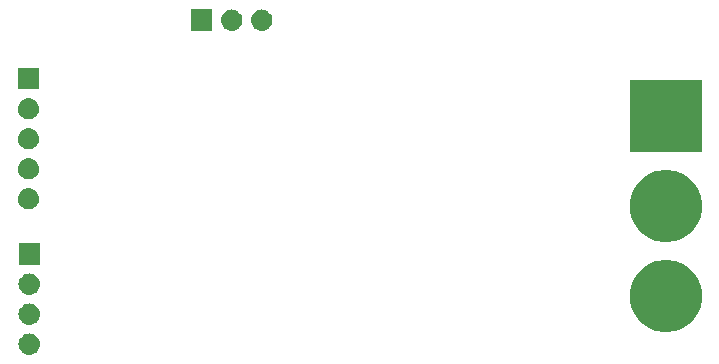
<source format=gbr>
G04 #@! TF.GenerationSoftware,KiCad,Pcbnew,5.0.0+dfsg1-2*
G04 #@! TF.CreationDate,2018-11-18T20:59:02-06:00*
G04 #@! TF.ProjectId,dimmer-2ch,64696D6D65722D3263682E6B69636164,rev?*
G04 #@! TF.SameCoordinates,Original*
G04 #@! TF.FileFunction,Soldermask,Bot*
G04 #@! TF.FilePolarity,Negative*
%FSLAX46Y46*%
G04 Gerber Fmt 4.6, Leading zero omitted, Abs format (unit mm)*
G04 Created by KiCad (PCBNEW 5.0.0+dfsg1-2) date Sun Nov 18 20:59:02 2018*
%MOMM*%
%LPD*%
G01*
G04 APERTURE LIST*
%ADD10C,0.100000*%
G04 APERTURE END LIST*
D10*
G36*
X121585942Y-113469018D02*
X121652127Y-113475537D01*
X121765353Y-113509884D01*
X121821967Y-113527057D01*
X121960587Y-113601152D01*
X121978491Y-113610722D01*
X122014229Y-113640052D01*
X122115686Y-113723314D01*
X122198948Y-113824771D01*
X122228278Y-113860509D01*
X122228279Y-113860511D01*
X122311943Y-114017033D01*
X122311943Y-114017034D01*
X122363463Y-114186873D01*
X122380859Y-114363500D01*
X122363463Y-114540127D01*
X122329116Y-114653353D01*
X122311943Y-114709967D01*
X122237848Y-114848587D01*
X122228278Y-114866491D01*
X122198948Y-114902229D01*
X122115686Y-115003686D01*
X122014229Y-115086948D01*
X121978491Y-115116278D01*
X121978489Y-115116279D01*
X121821967Y-115199943D01*
X121765353Y-115217116D01*
X121652127Y-115251463D01*
X121585943Y-115257981D01*
X121519760Y-115264500D01*
X121431240Y-115264500D01*
X121365057Y-115257981D01*
X121298873Y-115251463D01*
X121185647Y-115217116D01*
X121129033Y-115199943D01*
X120972511Y-115116279D01*
X120972509Y-115116278D01*
X120936771Y-115086948D01*
X120835314Y-115003686D01*
X120752052Y-114902229D01*
X120722722Y-114866491D01*
X120713152Y-114848587D01*
X120639057Y-114709967D01*
X120621884Y-114653353D01*
X120587537Y-114540127D01*
X120570141Y-114363500D01*
X120587537Y-114186873D01*
X120639057Y-114017034D01*
X120639057Y-114017033D01*
X120722721Y-113860511D01*
X120722722Y-113860509D01*
X120752052Y-113824771D01*
X120835314Y-113723314D01*
X120936771Y-113640052D01*
X120972509Y-113610722D01*
X120990413Y-113601152D01*
X121129033Y-113527057D01*
X121185647Y-113509884D01*
X121298873Y-113475537D01*
X121365058Y-113469018D01*
X121431240Y-113462500D01*
X121519760Y-113462500D01*
X121585942Y-113469018D01*
X121585942Y-113469018D01*
G37*
G36*
X175982170Y-107307379D02*
X176276868Y-107365998D01*
X176832067Y-107595969D01*
X177328363Y-107927584D01*
X177331736Y-107929838D01*
X177756662Y-108354764D01*
X177756664Y-108354767D01*
X178090531Y-108854433D01*
X178090531Y-108854434D01*
X178320502Y-109409633D01*
X178422754Y-109923685D01*
X178437740Y-109999028D01*
X178437740Y-110599972D01*
X178320502Y-111189368D01*
X178090531Y-111744567D01*
X177919772Y-112000125D01*
X177756662Y-112244236D01*
X177331736Y-112669162D01*
X177331733Y-112669164D01*
X176832067Y-113003031D01*
X176276868Y-113233002D01*
X175982170Y-113291621D01*
X175687473Y-113350240D01*
X175086527Y-113350240D01*
X174791830Y-113291621D01*
X174497132Y-113233002D01*
X173941933Y-113003031D01*
X173442267Y-112669164D01*
X173442264Y-112669162D01*
X173017338Y-112244236D01*
X172854228Y-112000125D01*
X172683469Y-111744567D01*
X172453498Y-111189368D01*
X172336260Y-110599972D01*
X172336260Y-109999028D01*
X172351247Y-109923685D01*
X172453498Y-109409633D01*
X172683469Y-108854434D01*
X172683469Y-108854433D01*
X173017336Y-108354767D01*
X173017338Y-108354764D01*
X173442264Y-107929838D01*
X173445637Y-107927584D01*
X173941933Y-107595969D01*
X174497132Y-107365998D01*
X174791830Y-107307379D01*
X175086527Y-107248760D01*
X175687473Y-107248760D01*
X175982170Y-107307379D01*
X175982170Y-107307379D01*
G37*
G36*
X121585943Y-110929019D02*
X121652127Y-110935537D01*
X121765353Y-110969884D01*
X121821967Y-110987057D01*
X121960587Y-111061152D01*
X121978491Y-111070722D01*
X122014229Y-111100052D01*
X122115686Y-111183314D01*
X122198948Y-111284771D01*
X122228278Y-111320509D01*
X122228279Y-111320511D01*
X122311943Y-111477033D01*
X122311943Y-111477034D01*
X122363463Y-111646873D01*
X122380859Y-111823500D01*
X122363463Y-112000127D01*
X122329116Y-112113353D01*
X122311943Y-112169967D01*
X122272246Y-112244233D01*
X122228278Y-112326491D01*
X122198948Y-112362229D01*
X122115686Y-112463686D01*
X122014229Y-112546948D01*
X121978491Y-112576278D01*
X121978489Y-112576279D01*
X121821967Y-112659943D01*
X121765353Y-112677116D01*
X121652127Y-112711463D01*
X121585943Y-112717981D01*
X121519760Y-112724500D01*
X121431240Y-112724500D01*
X121365057Y-112717981D01*
X121298873Y-112711463D01*
X121185647Y-112677116D01*
X121129033Y-112659943D01*
X120972511Y-112576279D01*
X120972509Y-112576278D01*
X120936771Y-112546948D01*
X120835314Y-112463686D01*
X120752052Y-112362229D01*
X120722722Y-112326491D01*
X120678754Y-112244233D01*
X120639057Y-112169967D01*
X120621884Y-112113353D01*
X120587537Y-112000127D01*
X120570141Y-111823500D01*
X120587537Y-111646873D01*
X120639057Y-111477034D01*
X120639057Y-111477033D01*
X120722721Y-111320511D01*
X120722722Y-111320509D01*
X120752052Y-111284771D01*
X120835314Y-111183314D01*
X120936771Y-111100052D01*
X120972509Y-111070722D01*
X120990413Y-111061152D01*
X121129033Y-110987057D01*
X121185647Y-110969884D01*
X121298873Y-110935537D01*
X121365057Y-110929019D01*
X121431240Y-110922500D01*
X121519760Y-110922500D01*
X121585943Y-110929019D01*
X121585943Y-110929019D01*
G37*
G36*
X121585943Y-108389019D02*
X121652127Y-108395537D01*
X121765353Y-108429884D01*
X121821967Y-108447057D01*
X121960587Y-108521152D01*
X121978491Y-108530722D01*
X122014229Y-108560052D01*
X122115686Y-108643314D01*
X122198948Y-108744771D01*
X122228278Y-108780509D01*
X122228279Y-108780511D01*
X122311943Y-108937033D01*
X122311943Y-108937034D01*
X122363463Y-109106873D01*
X122380859Y-109283500D01*
X122363463Y-109460127D01*
X122329116Y-109573353D01*
X122311943Y-109629967D01*
X122237848Y-109768587D01*
X122228278Y-109786491D01*
X122198948Y-109822229D01*
X122115686Y-109923686D01*
X122023881Y-109999027D01*
X121978491Y-110036278D01*
X121978489Y-110036279D01*
X121821967Y-110119943D01*
X121765353Y-110137116D01*
X121652127Y-110171463D01*
X121585942Y-110177982D01*
X121519760Y-110184500D01*
X121431240Y-110184500D01*
X121365058Y-110177982D01*
X121298873Y-110171463D01*
X121185647Y-110137116D01*
X121129033Y-110119943D01*
X120972511Y-110036279D01*
X120972509Y-110036278D01*
X120927119Y-109999027D01*
X120835314Y-109923686D01*
X120752052Y-109822229D01*
X120722722Y-109786491D01*
X120713152Y-109768587D01*
X120639057Y-109629967D01*
X120621884Y-109573353D01*
X120587537Y-109460127D01*
X120570141Y-109283500D01*
X120587537Y-109106873D01*
X120639057Y-108937034D01*
X120639057Y-108937033D01*
X120722721Y-108780511D01*
X120722722Y-108780509D01*
X120752052Y-108744771D01*
X120835314Y-108643314D01*
X120936771Y-108560052D01*
X120972509Y-108530722D01*
X120990413Y-108521152D01*
X121129033Y-108447057D01*
X121185647Y-108429884D01*
X121298873Y-108395537D01*
X121365057Y-108389019D01*
X121431240Y-108382500D01*
X121519760Y-108382500D01*
X121585943Y-108389019D01*
X121585943Y-108389019D01*
G37*
G36*
X122376500Y-107644500D02*
X120574500Y-107644500D01*
X120574500Y-105842500D01*
X122376500Y-105842500D01*
X122376500Y-107644500D01*
X122376500Y-107644500D01*
G37*
G36*
X175950729Y-99681125D02*
X176276868Y-99745998D01*
X176832067Y-99975969D01*
X177253076Y-100257279D01*
X177331736Y-100309838D01*
X177756662Y-100734764D01*
X177756664Y-100734767D01*
X178090531Y-101234433D01*
X178320502Y-101789632D01*
X178437740Y-102379028D01*
X178437740Y-102979972D01*
X178320502Y-103569368D01*
X178090531Y-104124567D01*
X177758916Y-104620863D01*
X177756662Y-104624236D01*
X177331736Y-105049162D01*
X177331733Y-105049164D01*
X176832067Y-105383031D01*
X176276868Y-105613002D01*
X175982170Y-105671621D01*
X175687473Y-105730240D01*
X175086527Y-105730240D01*
X174791830Y-105671621D01*
X174497132Y-105613002D01*
X173941933Y-105383031D01*
X173442267Y-105049164D01*
X173442264Y-105049162D01*
X173017338Y-104624236D01*
X173015084Y-104620863D01*
X172683469Y-104124567D01*
X172453498Y-103569368D01*
X172336260Y-102979972D01*
X172336260Y-102379028D01*
X172453498Y-101789632D01*
X172683469Y-101234433D01*
X173017336Y-100734767D01*
X173017338Y-100734764D01*
X173442264Y-100309838D01*
X173520924Y-100257279D01*
X173941933Y-99975969D01*
X174497132Y-99745998D01*
X174823271Y-99681125D01*
X175086527Y-99628760D01*
X175687473Y-99628760D01*
X175950729Y-99681125D01*
X175950729Y-99681125D01*
G37*
G36*
X121522443Y-101150019D02*
X121588627Y-101156537D01*
X121701853Y-101190884D01*
X121758467Y-101208057D01*
X121807812Y-101234433D01*
X121914991Y-101291722D01*
X121950729Y-101321052D01*
X122052186Y-101404314D01*
X122135448Y-101505771D01*
X122164778Y-101541509D01*
X122164779Y-101541511D01*
X122248443Y-101698033D01*
X122248443Y-101698034D01*
X122299963Y-101867873D01*
X122317359Y-102044500D01*
X122299963Y-102221127D01*
X122265616Y-102334353D01*
X122248443Y-102390967D01*
X122174348Y-102529587D01*
X122164778Y-102547491D01*
X122135448Y-102583229D01*
X122052186Y-102684686D01*
X121950729Y-102767948D01*
X121914991Y-102797278D01*
X121914989Y-102797279D01*
X121758467Y-102880943D01*
X121701853Y-102898116D01*
X121588627Y-102932463D01*
X121522442Y-102938982D01*
X121456260Y-102945500D01*
X121367740Y-102945500D01*
X121301558Y-102938982D01*
X121235373Y-102932463D01*
X121122147Y-102898116D01*
X121065533Y-102880943D01*
X120909011Y-102797279D01*
X120909009Y-102797278D01*
X120873271Y-102767948D01*
X120771814Y-102684686D01*
X120688552Y-102583229D01*
X120659222Y-102547491D01*
X120649652Y-102529587D01*
X120575557Y-102390967D01*
X120558384Y-102334353D01*
X120524037Y-102221127D01*
X120506641Y-102044500D01*
X120524037Y-101867873D01*
X120575557Y-101698034D01*
X120575557Y-101698033D01*
X120659221Y-101541511D01*
X120659222Y-101541509D01*
X120688552Y-101505771D01*
X120771814Y-101404314D01*
X120873271Y-101321052D01*
X120909009Y-101291722D01*
X121016188Y-101234433D01*
X121065533Y-101208057D01*
X121122147Y-101190884D01*
X121235373Y-101156537D01*
X121301557Y-101150019D01*
X121367740Y-101143500D01*
X121456260Y-101143500D01*
X121522443Y-101150019D01*
X121522443Y-101150019D01*
G37*
G36*
X121522442Y-98610018D02*
X121588627Y-98616537D01*
X121701853Y-98650884D01*
X121758467Y-98668057D01*
X121897087Y-98742152D01*
X121914991Y-98751722D01*
X121950729Y-98781052D01*
X122052186Y-98864314D01*
X122135448Y-98965771D01*
X122164778Y-99001509D01*
X122164779Y-99001511D01*
X122248443Y-99158033D01*
X122248443Y-99158034D01*
X122299963Y-99327873D01*
X122317359Y-99504500D01*
X122299963Y-99681127D01*
X122265616Y-99794353D01*
X122248443Y-99850967D01*
X122181627Y-99975969D01*
X122164778Y-100007491D01*
X122135448Y-100043229D01*
X122052186Y-100144686D01*
X121950729Y-100227948D01*
X121914991Y-100257278D01*
X121914989Y-100257279D01*
X121758467Y-100340943D01*
X121701853Y-100358116D01*
X121588627Y-100392463D01*
X121522442Y-100398982D01*
X121456260Y-100405500D01*
X121367740Y-100405500D01*
X121301558Y-100398982D01*
X121235373Y-100392463D01*
X121122147Y-100358116D01*
X121065533Y-100340943D01*
X120909011Y-100257279D01*
X120909009Y-100257278D01*
X120873271Y-100227948D01*
X120771814Y-100144686D01*
X120688552Y-100043229D01*
X120659222Y-100007491D01*
X120642373Y-99975969D01*
X120575557Y-99850967D01*
X120558384Y-99794353D01*
X120524037Y-99681127D01*
X120506641Y-99504500D01*
X120524037Y-99327873D01*
X120575557Y-99158034D01*
X120575557Y-99158033D01*
X120659221Y-99001511D01*
X120659222Y-99001509D01*
X120688552Y-98965771D01*
X120771814Y-98864314D01*
X120873271Y-98781052D01*
X120909009Y-98751722D01*
X120926913Y-98742152D01*
X121065533Y-98668057D01*
X121122147Y-98650884D01*
X121235373Y-98616537D01*
X121301558Y-98610018D01*
X121367740Y-98603500D01*
X121456260Y-98603500D01*
X121522442Y-98610018D01*
X121522442Y-98610018D01*
G37*
G36*
X178437740Y-98110240D02*
X172336260Y-98110240D01*
X172336260Y-92008760D01*
X178437740Y-92008760D01*
X178437740Y-98110240D01*
X178437740Y-98110240D01*
G37*
G36*
X121522442Y-96070018D02*
X121588627Y-96076537D01*
X121701853Y-96110884D01*
X121758467Y-96128057D01*
X121897087Y-96202152D01*
X121914991Y-96211722D01*
X121950729Y-96241052D01*
X122052186Y-96324314D01*
X122135448Y-96425771D01*
X122164778Y-96461509D01*
X122164779Y-96461511D01*
X122248443Y-96618033D01*
X122248443Y-96618034D01*
X122299963Y-96787873D01*
X122317359Y-96964500D01*
X122299963Y-97141127D01*
X122265616Y-97254353D01*
X122248443Y-97310967D01*
X122174348Y-97449587D01*
X122164778Y-97467491D01*
X122135448Y-97503229D01*
X122052186Y-97604686D01*
X121950729Y-97687948D01*
X121914991Y-97717278D01*
X121914989Y-97717279D01*
X121758467Y-97800943D01*
X121701853Y-97818116D01*
X121588627Y-97852463D01*
X121522443Y-97858981D01*
X121456260Y-97865500D01*
X121367740Y-97865500D01*
X121301558Y-97858982D01*
X121235373Y-97852463D01*
X121122147Y-97818116D01*
X121065533Y-97800943D01*
X120909011Y-97717279D01*
X120909009Y-97717278D01*
X120873271Y-97687948D01*
X120771814Y-97604686D01*
X120688552Y-97503229D01*
X120659222Y-97467491D01*
X120649652Y-97449587D01*
X120575557Y-97310967D01*
X120558384Y-97254353D01*
X120524037Y-97141127D01*
X120506641Y-96964500D01*
X120524037Y-96787873D01*
X120575557Y-96618034D01*
X120575557Y-96618033D01*
X120659221Y-96461511D01*
X120659222Y-96461509D01*
X120688552Y-96425771D01*
X120771814Y-96324314D01*
X120873271Y-96241052D01*
X120909009Y-96211722D01*
X120926913Y-96202152D01*
X121065533Y-96128057D01*
X121122147Y-96110884D01*
X121235373Y-96076537D01*
X121301557Y-96070019D01*
X121367740Y-96063500D01*
X121456260Y-96063500D01*
X121522442Y-96070018D01*
X121522442Y-96070018D01*
G37*
G36*
X121522442Y-93530018D02*
X121588627Y-93536537D01*
X121701853Y-93570884D01*
X121758467Y-93588057D01*
X121897087Y-93662152D01*
X121914991Y-93671722D01*
X121950729Y-93701052D01*
X122052186Y-93784314D01*
X122135448Y-93885771D01*
X122164778Y-93921509D01*
X122164779Y-93921511D01*
X122248443Y-94078033D01*
X122248443Y-94078034D01*
X122299963Y-94247873D01*
X122317359Y-94424500D01*
X122299963Y-94601127D01*
X122265616Y-94714353D01*
X122248443Y-94770967D01*
X122174348Y-94909587D01*
X122164778Y-94927491D01*
X122135448Y-94963229D01*
X122052186Y-95064686D01*
X121950729Y-95147948D01*
X121914991Y-95177278D01*
X121914989Y-95177279D01*
X121758467Y-95260943D01*
X121701853Y-95278116D01*
X121588627Y-95312463D01*
X121522443Y-95318981D01*
X121456260Y-95325500D01*
X121367740Y-95325500D01*
X121301557Y-95318981D01*
X121235373Y-95312463D01*
X121122147Y-95278116D01*
X121065533Y-95260943D01*
X120909011Y-95177279D01*
X120909009Y-95177278D01*
X120873271Y-95147948D01*
X120771814Y-95064686D01*
X120688552Y-94963229D01*
X120659222Y-94927491D01*
X120649652Y-94909587D01*
X120575557Y-94770967D01*
X120558384Y-94714353D01*
X120524037Y-94601127D01*
X120506641Y-94424500D01*
X120524037Y-94247873D01*
X120575557Y-94078034D01*
X120575557Y-94078033D01*
X120659221Y-93921511D01*
X120659222Y-93921509D01*
X120688552Y-93885771D01*
X120771814Y-93784314D01*
X120873271Y-93701052D01*
X120909009Y-93671722D01*
X120926913Y-93662152D01*
X121065533Y-93588057D01*
X121122147Y-93570884D01*
X121235373Y-93536537D01*
X121301558Y-93530018D01*
X121367740Y-93523500D01*
X121456260Y-93523500D01*
X121522442Y-93530018D01*
X121522442Y-93530018D01*
G37*
G36*
X122313000Y-92785500D02*
X120511000Y-92785500D01*
X120511000Y-90983500D01*
X122313000Y-90983500D01*
X122313000Y-92785500D01*
X122313000Y-92785500D01*
G37*
G36*
X138730942Y-86037018D02*
X138797127Y-86043537D01*
X138910353Y-86077884D01*
X138966967Y-86095057D01*
X139105587Y-86169152D01*
X139123491Y-86178722D01*
X139159229Y-86208052D01*
X139260686Y-86291314D01*
X139343948Y-86392771D01*
X139373278Y-86428509D01*
X139373279Y-86428511D01*
X139456943Y-86585033D01*
X139456943Y-86585034D01*
X139508463Y-86754873D01*
X139525859Y-86931500D01*
X139508463Y-87108127D01*
X139474116Y-87221353D01*
X139456943Y-87277967D01*
X139382848Y-87416587D01*
X139373278Y-87434491D01*
X139343948Y-87470229D01*
X139260686Y-87571686D01*
X139159229Y-87654948D01*
X139123491Y-87684278D01*
X139123489Y-87684279D01*
X138966967Y-87767943D01*
X138910353Y-87785116D01*
X138797127Y-87819463D01*
X138730942Y-87825982D01*
X138664760Y-87832500D01*
X138576240Y-87832500D01*
X138510058Y-87825982D01*
X138443873Y-87819463D01*
X138330647Y-87785116D01*
X138274033Y-87767943D01*
X138117511Y-87684279D01*
X138117509Y-87684278D01*
X138081771Y-87654948D01*
X137980314Y-87571686D01*
X137897052Y-87470229D01*
X137867722Y-87434491D01*
X137858152Y-87416587D01*
X137784057Y-87277967D01*
X137766884Y-87221353D01*
X137732537Y-87108127D01*
X137715141Y-86931500D01*
X137732537Y-86754873D01*
X137784057Y-86585034D01*
X137784057Y-86585033D01*
X137867721Y-86428511D01*
X137867722Y-86428509D01*
X137897052Y-86392771D01*
X137980314Y-86291314D01*
X138081771Y-86208052D01*
X138117509Y-86178722D01*
X138135413Y-86169152D01*
X138274033Y-86095057D01*
X138330647Y-86077884D01*
X138443873Y-86043537D01*
X138510058Y-86037018D01*
X138576240Y-86030500D01*
X138664760Y-86030500D01*
X138730942Y-86037018D01*
X138730942Y-86037018D01*
G37*
G36*
X141270942Y-86037018D02*
X141337127Y-86043537D01*
X141450353Y-86077884D01*
X141506967Y-86095057D01*
X141645587Y-86169152D01*
X141663491Y-86178722D01*
X141699229Y-86208052D01*
X141800686Y-86291314D01*
X141883948Y-86392771D01*
X141913278Y-86428509D01*
X141913279Y-86428511D01*
X141996943Y-86585033D01*
X141996943Y-86585034D01*
X142048463Y-86754873D01*
X142065859Y-86931500D01*
X142048463Y-87108127D01*
X142014116Y-87221353D01*
X141996943Y-87277967D01*
X141922848Y-87416587D01*
X141913278Y-87434491D01*
X141883948Y-87470229D01*
X141800686Y-87571686D01*
X141699229Y-87654948D01*
X141663491Y-87684278D01*
X141663489Y-87684279D01*
X141506967Y-87767943D01*
X141450353Y-87785116D01*
X141337127Y-87819463D01*
X141270942Y-87825982D01*
X141204760Y-87832500D01*
X141116240Y-87832500D01*
X141050058Y-87825982D01*
X140983873Y-87819463D01*
X140870647Y-87785116D01*
X140814033Y-87767943D01*
X140657511Y-87684279D01*
X140657509Y-87684278D01*
X140621771Y-87654948D01*
X140520314Y-87571686D01*
X140437052Y-87470229D01*
X140407722Y-87434491D01*
X140398152Y-87416587D01*
X140324057Y-87277967D01*
X140306884Y-87221353D01*
X140272537Y-87108127D01*
X140255141Y-86931500D01*
X140272537Y-86754873D01*
X140324057Y-86585034D01*
X140324057Y-86585033D01*
X140407721Y-86428511D01*
X140407722Y-86428509D01*
X140437052Y-86392771D01*
X140520314Y-86291314D01*
X140621771Y-86208052D01*
X140657509Y-86178722D01*
X140675413Y-86169152D01*
X140814033Y-86095057D01*
X140870647Y-86077884D01*
X140983873Y-86043537D01*
X141050058Y-86037018D01*
X141116240Y-86030500D01*
X141204760Y-86030500D01*
X141270942Y-86037018D01*
X141270942Y-86037018D01*
G37*
G36*
X136981500Y-87832500D02*
X135179500Y-87832500D01*
X135179500Y-86030500D01*
X136981500Y-86030500D01*
X136981500Y-87832500D01*
X136981500Y-87832500D01*
G37*
M02*

</source>
